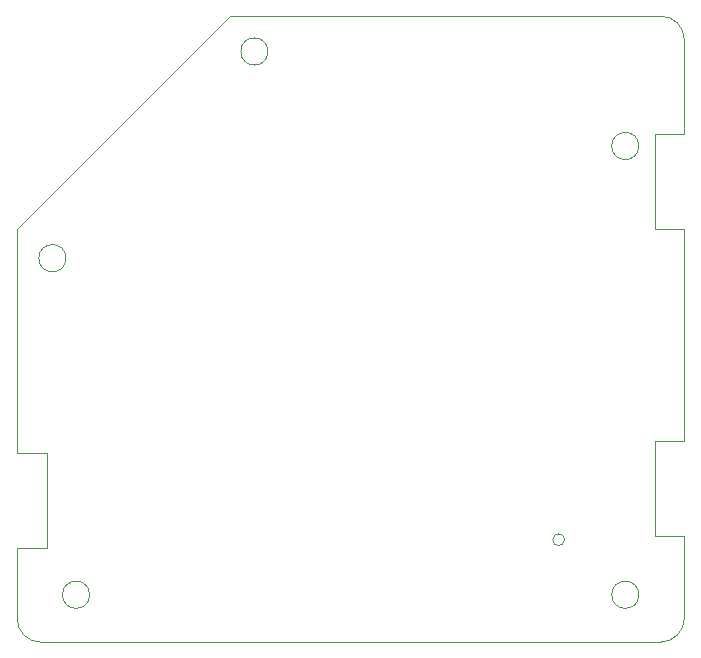
<source format=gbr>
G04 #@! TF.GenerationSoftware,KiCad,Pcbnew,(5.1.10-1-10_14)*
G04 #@! TF.CreationDate,2021-06-27T23:26:48+08:00*
G04 #@! TF.ProjectId,mops-out,6d6f7073-2d6f-4757-942e-6b696361645f,rev?*
G04 #@! TF.SameCoordinates,Original*
G04 #@! TF.FileFunction,Profile,NP*
%FSLAX46Y46*%
G04 Gerber Fmt 4.6, Leading zero omitted, Abs format (unit mm)*
G04 Created by KiCad (PCBNEW (5.1.10-1-10_14)) date 2021-06-27 23:26:48*
%MOMM*%
%LPD*%
G01*
G04 APERTURE LIST*
G04 #@! TA.AperFunction,Profile*
%ADD10C,0.050000*%
G04 #@! TD*
G04 APERTURE END LIST*
D10*
X102000000Y-100000000D02*
G75*
G02*
X100000000Y-98000000I0J2000000D01*
G01*
X156500000Y-98000000D02*
G75*
G02*
X154500000Y-100000000I-2000000J0D01*
G01*
X154500000Y-47000000D02*
G75*
G02*
X156500000Y-49000000I0J-2000000D01*
G01*
X146360000Y-91330000D02*
G75*
G03*
X146360000Y-91330000I-500000J0D01*
G01*
X106150000Y-96000000D02*
G75*
G03*
X106150000Y-96000000I-1150000J0D01*
G01*
X152650000Y-96000000D02*
G75*
G03*
X152650000Y-96000000I-1150000J0D01*
G01*
X152650000Y-58000000D02*
G75*
G03*
X152650000Y-58000000I-1150000J0D01*
G01*
X121250000Y-50000000D02*
G75*
G03*
X121250000Y-50000000I-1150000J0D01*
G01*
X104150000Y-67500000D02*
G75*
G03*
X104150000Y-67500000I-1150000J0D01*
G01*
X102000000Y-100000000D02*
X154500000Y-100000000D01*
X156500000Y-98000000D02*
X156500000Y-91000000D01*
X156500000Y-91000000D02*
X154000000Y-91000000D01*
X154000000Y-91000000D02*
X154000000Y-83000000D01*
X154000000Y-83000000D02*
X156500000Y-83000000D01*
X156500000Y-83000000D02*
X156500000Y-65000000D01*
X156500000Y-65000000D02*
X154000000Y-65000000D01*
X154000000Y-65000000D02*
X154000000Y-57000000D01*
X154000000Y-57000000D02*
X156500000Y-57000000D01*
X156500000Y-57000000D02*
X156500000Y-49000000D01*
X154500000Y-47000000D02*
X118000000Y-47000000D01*
X118000000Y-47000000D02*
X100000000Y-65000000D01*
X100000000Y-65000000D02*
X100000000Y-84000000D01*
X100000000Y-84000000D02*
X102500000Y-84000000D01*
X102500000Y-84000000D02*
X102500000Y-92000000D01*
X102500000Y-92000000D02*
X100000000Y-92000000D01*
X100000000Y-92000000D02*
X100000000Y-98000000D01*
M02*

</source>
